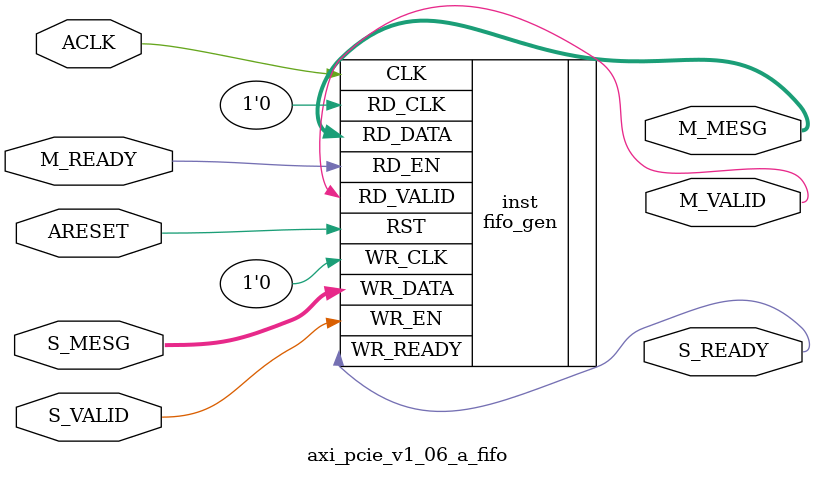
<source format=v>
`timescale 1ns/100ps


module axi_pcie_v1_06_a_fifo #
  (
   parameter         C_FAMILY          = "virtex6",
   parameter integer C_FIFO_DEPTH_LOG  = 5,      // FIFO depth = 2**C_FIFO_DEPTH_LOG
                                                 // Range = [5:9] when TYPE="lut",
                                                 // Range = [5:12] when TYPE="bram",
   parameter integer C_FIFO_WIDTH      = 64,     // Width of payload [1:512]
   parameter         C_FIFO_TYPE       = "lut"   // "lut" = LUT (SRL) based,
                                                 // "bram" = BRAM based
   )
  (
   // Global inputs
   input  wire                        ACLK,    // Clock
   input  wire                        ARESET,  // Reset
   // Slave  Port
   input  wire [C_FIFO_WIDTH-1:0]     S_MESG,  // Payload (may be any set of channel signals)
   input  wire                        S_VALID, // FIFO push
   output wire                        S_READY, // FIFO not full
   // Master  Port
   output wire [C_FIFO_WIDTH-1:0]     M_MESG,  // Payload
   output wire                        M_VALID, // FIFO not empty
   input  wire                        M_READY  // FIFO pop
   );

   fifo_gen #(
     .C_FAMILY(C_FAMILY),
     .C_COMMON_CLOCK(1),
     .C_FIFO_DEPTH_LOG(C_FIFO_DEPTH_LOG),
     .C_FIFO_WIDTH(C_FIFO_WIDTH),
     .C_FIFO_TYPE(C_FIFO_TYPE))
   inst (
     .CLK(ACLK),
     .RST(ARESET),
     .WR_CLK(1'b0),
     .WR_EN(S_VALID),
     .WR_READY(S_READY),
     .WR_DATA(S_MESG),
     .RD_CLK(1'b0),
     .RD_EN(M_READY),
     .RD_VALID(M_VALID),
     .RD_DATA(M_MESG));

endmodule

</source>
